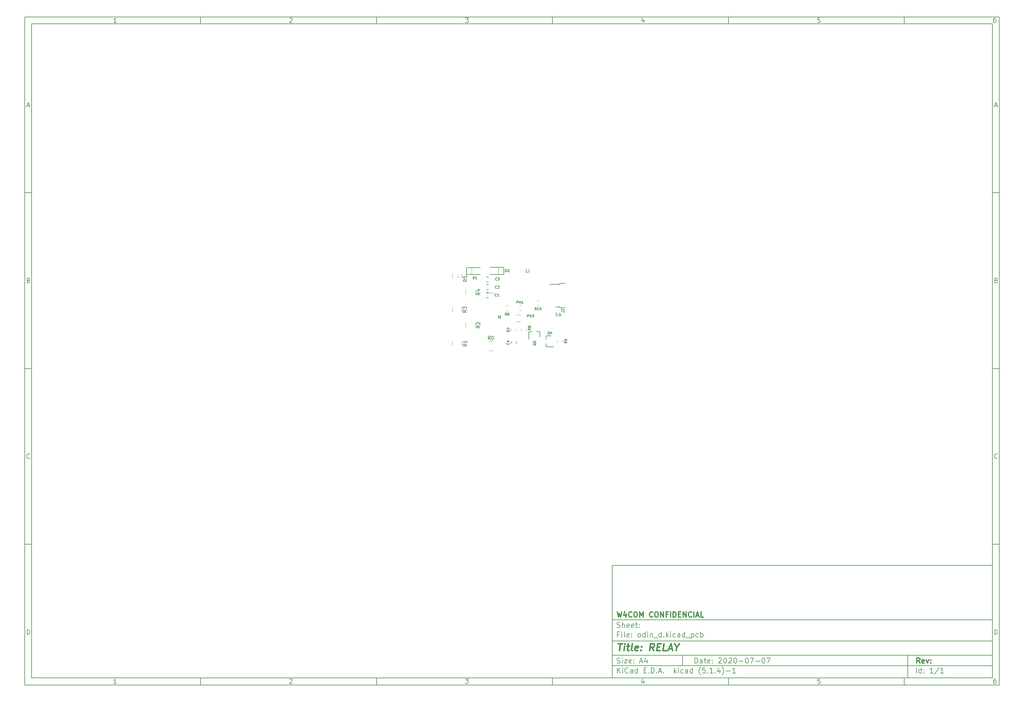
<source format=gbr>
G04 #@! TF.GenerationSoftware,KiCad,Pcbnew,(5.1.4)-1*
G04 #@! TF.CreationDate,2021-05-06T09:23:44-03:00*
G04 #@! TF.ProjectId,odin_d,6f64696e-5f64-42e6-9b69-6361645f7063,rev?*
G04 #@! TF.SameCoordinates,Original*
G04 #@! TF.FileFunction,Legend,Top*
G04 #@! TF.FilePolarity,Positive*
%FSLAX46Y46*%
G04 Gerber Fmt 4.6, Leading zero omitted, Abs format (unit mm)*
G04 Created by KiCad (PCBNEW (5.1.4)-1) date 2021-05-06 09:23:44*
%MOMM*%
%LPD*%
G04 APERTURE LIST*
%ADD10C,0.100000*%
%ADD11C,0.150000*%
%ADD12C,0.300000*%
%ADD13C,0.400000*%
%ADD14C,0.120000*%
G04 APERTURE END LIST*
D10*
D11*
X177002200Y-166007200D02*
X177002200Y-198007200D01*
X285002200Y-198007200D01*
X285002200Y-166007200D01*
X177002200Y-166007200D01*
D10*
D11*
X10000000Y-10000000D02*
X10000000Y-200007200D01*
X287002200Y-200007200D01*
X287002200Y-10000000D01*
X10000000Y-10000000D01*
D10*
D11*
X12000000Y-12000000D02*
X12000000Y-198007200D01*
X285002200Y-198007200D01*
X285002200Y-12000000D01*
X12000000Y-12000000D01*
D10*
D11*
X60000000Y-12000000D02*
X60000000Y-10000000D01*
D10*
D11*
X110000000Y-12000000D02*
X110000000Y-10000000D01*
D10*
D11*
X160000000Y-12000000D02*
X160000000Y-10000000D01*
D10*
D11*
X210000000Y-12000000D02*
X210000000Y-10000000D01*
D10*
D11*
X260000000Y-12000000D02*
X260000000Y-10000000D01*
D10*
D11*
X36065476Y-11588095D02*
X35322619Y-11588095D01*
X35694047Y-11588095D02*
X35694047Y-10288095D01*
X35570238Y-10473809D01*
X35446428Y-10597619D01*
X35322619Y-10659523D01*
D10*
D11*
X85322619Y-10411904D02*
X85384523Y-10350000D01*
X85508333Y-10288095D01*
X85817857Y-10288095D01*
X85941666Y-10350000D01*
X86003571Y-10411904D01*
X86065476Y-10535714D01*
X86065476Y-10659523D01*
X86003571Y-10845238D01*
X85260714Y-11588095D01*
X86065476Y-11588095D01*
D10*
D11*
X135260714Y-10288095D02*
X136065476Y-10288095D01*
X135632142Y-10783333D01*
X135817857Y-10783333D01*
X135941666Y-10845238D01*
X136003571Y-10907142D01*
X136065476Y-11030952D01*
X136065476Y-11340476D01*
X136003571Y-11464285D01*
X135941666Y-11526190D01*
X135817857Y-11588095D01*
X135446428Y-11588095D01*
X135322619Y-11526190D01*
X135260714Y-11464285D01*
D10*
D11*
X185941666Y-10721428D02*
X185941666Y-11588095D01*
X185632142Y-10226190D02*
X185322619Y-11154761D01*
X186127380Y-11154761D01*
D10*
D11*
X236003571Y-10288095D02*
X235384523Y-10288095D01*
X235322619Y-10907142D01*
X235384523Y-10845238D01*
X235508333Y-10783333D01*
X235817857Y-10783333D01*
X235941666Y-10845238D01*
X236003571Y-10907142D01*
X236065476Y-11030952D01*
X236065476Y-11340476D01*
X236003571Y-11464285D01*
X235941666Y-11526190D01*
X235817857Y-11588095D01*
X235508333Y-11588095D01*
X235384523Y-11526190D01*
X235322619Y-11464285D01*
D10*
D11*
X285941666Y-10288095D02*
X285694047Y-10288095D01*
X285570238Y-10350000D01*
X285508333Y-10411904D01*
X285384523Y-10597619D01*
X285322619Y-10845238D01*
X285322619Y-11340476D01*
X285384523Y-11464285D01*
X285446428Y-11526190D01*
X285570238Y-11588095D01*
X285817857Y-11588095D01*
X285941666Y-11526190D01*
X286003571Y-11464285D01*
X286065476Y-11340476D01*
X286065476Y-11030952D01*
X286003571Y-10907142D01*
X285941666Y-10845238D01*
X285817857Y-10783333D01*
X285570238Y-10783333D01*
X285446428Y-10845238D01*
X285384523Y-10907142D01*
X285322619Y-11030952D01*
D10*
D11*
X60000000Y-198007200D02*
X60000000Y-200007200D01*
D10*
D11*
X110000000Y-198007200D02*
X110000000Y-200007200D01*
D10*
D11*
X160000000Y-198007200D02*
X160000000Y-200007200D01*
D10*
D11*
X210000000Y-198007200D02*
X210000000Y-200007200D01*
D10*
D11*
X260000000Y-198007200D02*
X260000000Y-200007200D01*
D10*
D11*
X36065476Y-199595295D02*
X35322619Y-199595295D01*
X35694047Y-199595295D02*
X35694047Y-198295295D01*
X35570238Y-198481009D01*
X35446428Y-198604819D01*
X35322619Y-198666723D01*
D10*
D11*
X85322619Y-198419104D02*
X85384523Y-198357200D01*
X85508333Y-198295295D01*
X85817857Y-198295295D01*
X85941666Y-198357200D01*
X86003571Y-198419104D01*
X86065476Y-198542914D01*
X86065476Y-198666723D01*
X86003571Y-198852438D01*
X85260714Y-199595295D01*
X86065476Y-199595295D01*
D10*
D11*
X135260714Y-198295295D02*
X136065476Y-198295295D01*
X135632142Y-198790533D01*
X135817857Y-198790533D01*
X135941666Y-198852438D01*
X136003571Y-198914342D01*
X136065476Y-199038152D01*
X136065476Y-199347676D01*
X136003571Y-199471485D01*
X135941666Y-199533390D01*
X135817857Y-199595295D01*
X135446428Y-199595295D01*
X135322619Y-199533390D01*
X135260714Y-199471485D01*
D10*
D11*
X185941666Y-198728628D02*
X185941666Y-199595295D01*
X185632142Y-198233390D02*
X185322619Y-199161961D01*
X186127380Y-199161961D01*
D10*
D11*
X236003571Y-198295295D02*
X235384523Y-198295295D01*
X235322619Y-198914342D01*
X235384523Y-198852438D01*
X235508333Y-198790533D01*
X235817857Y-198790533D01*
X235941666Y-198852438D01*
X236003571Y-198914342D01*
X236065476Y-199038152D01*
X236065476Y-199347676D01*
X236003571Y-199471485D01*
X235941666Y-199533390D01*
X235817857Y-199595295D01*
X235508333Y-199595295D01*
X235384523Y-199533390D01*
X235322619Y-199471485D01*
D10*
D11*
X285941666Y-198295295D02*
X285694047Y-198295295D01*
X285570238Y-198357200D01*
X285508333Y-198419104D01*
X285384523Y-198604819D01*
X285322619Y-198852438D01*
X285322619Y-199347676D01*
X285384523Y-199471485D01*
X285446428Y-199533390D01*
X285570238Y-199595295D01*
X285817857Y-199595295D01*
X285941666Y-199533390D01*
X286003571Y-199471485D01*
X286065476Y-199347676D01*
X286065476Y-199038152D01*
X286003571Y-198914342D01*
X285941666Y-198852438D01*
X285817857Y-198790533D01*
X285570238Y-198790533D01*
X285446428Y-198852438D01*
X285384523Y-198914342D01*
X285322619Y-199038152D01*
D10*
D11*
X10000000Y-60000000D02*
X12000000Y-60000000D01*
D10*
D11*
X10000000Y-110000000D02*
X12000000Y-110000000D01*
D10*
D11*
X10000000Y-160000000D02*
X12000000Y-160000000D01*
D10*
D11*
X10690476Y-35216666D02*
X11309523Y-35216666D01*
X10566666Y-35588095D02*
X11000000Y-34288095D01*
X11433333Y-35588095D01*
D10*
D11*
X11092857Y-84907142D02*
X11278571Y-84969047D01*
X11340476Y-85030952D01*
X11402380Y-85154761D01*
X11402380Y-85340476D01*
X11340476Y-85464285D01*
X11278571Y-85526190D01*
X11154761Y-85588095D01*
X10659523Y-85588095D01*
X10659523Y-84288095D01*
X11092857Y-84288095D01*
X11216666Y-84350000D01*
X11278571Y-84411904D01*
X11340476Y-84535714D01*
X11340476Y-84659523D01*
X11278571Y-84783333D01*
X11216666Y-84845238D01*
X11092857Y-84907142D01*
X10659523Y-84907142D01*
D10*
D11*
X11402380Y-135464285D02*
X11340476Y-135526190D01*
X11154761Y-135588095D01*
X11030952Y-135588095D01*
X10845238Y-135526190D01*
X10721428Y-135402380D01*
X10659523Y-135278571D01*
X10597619Y-135030952D01*
X10597619Y-134845238D01*
X10659523Y-134597619D01*
X10721428Y-134473809D01*
X10845238Y-134350000D01*
X11030952Y-134288095D01*
X11154761Y-134288095D01*
X11340476Y-134350000D01*
X11402380Y-134411904D01*
D10*
D11*
X10659523Y-185588095D02*
X10659523Y-184288095D01*
X10969047Y-184288095D01*
X11154761Y-184350000D01*
X11278571Y-184473809D01*
X11340476Y-184597619D01*
X11402380Y-184845238D01*
X11402380Y-185030952D01*
X11340476Y-185278571D01*
X11278571Y-185402380D01*
X11154761Y-185526190D01*
X10969047Y-185588095D01*
X10659523Y-185588095D01*
D10*
D11*
X287002200Y-60000000D02*
X285002200Y-60000000D01*
D10*
D11*
X287002200Y-110000000D02*
X285002200Y-110000000D01*
D10*
D11*
X287002200Y-160000000D02*
X285002200Y-160000000D01*
D10*
D11*
X285692676Y-35216666D02*
X286311723Y-35216666D01*
X285568866Y-35588095D02*
X286002200Y-34288095D01*
X286435533Y-35588095D01*
D10*
D11*
X286095057Y-84907142D02*
X286280771Y-84969047D01*
X286342676Y-85030952D01*
X286404580Y-85154761D01*
X286404580Y-85340476D01*
X286342676Y-85464285D01*
X286280771Y-85526190D01*
X286156961Y-85588095D01*
X285661723Y-85588095D01*
X285661723Y-84288095D01*
X286095057Y-84288095D01*
X286218866Y-84350000D01*
X286280771Y-84411904D01*
X286342676Y-84535714D01*
X286342676Y-84659523D01*
X286280771Y-84783333D01*
X286218866Y-84845238D01*
X286095057Y-84907142D01*
X285661723Y-84907142D01*
D10*
D11*
X286404580Y-135464285D02*
X286342676Y-135526190D01*
X286156961Y-135588095D01*
X286033152Y-135588095D01*
X285847438Y-135526190D01*
X285723628Y-135402380D01*
X285661723Y-135278571D01*
X285599819Y-135030952D01*
X285599819Y-134845238D01*
X285661723Y-134597619D01*
X285723628Y-134473809D01*
X285847438Y-134350000D01*
X286033152Y-134288095D01*
X286156961Y-134288095D01*
X286342676Y-134350000D01*
X286404580Y-134411904D01*
D10*
D11*
X285661723Y-185588095D02*
X285661723Y-184288095D01*
X285971247Y-184288095D01*
X286156961Y-184350000D01*
X286280771Y-184473809D01*
X286342676Y-184597619D01*
X286404580Y-184845238D01*
X286404580Y-185030952D01*
X286342676Y-185278571D01*
X286280771Y-185402380D01*
X286156961Y-185526190D01*
X285971247Y-185588095D01*
X285661723Y-185588095D01*
D10*
D11*
X200434342Y-193785771D02*
X200434342Y-192285771D01*
X200791485Y-192285771D01*
X201005771Y-192357200D01*
X201148628Y-192500057D01*
X201220057Y-192642914D01*
X201291485Y-192928628D01*
X201291485Y-193142914D01*
X201220057Y-193428628D01*
X201148628Y-193571485D01*
X201005771Y-193714342D01*
X200791485Y-193785771D01*
X200434342Y-193785771D01*
X202577200Y-193785771D02*
X202577200Y-193000057D01*
X202505771Y-192857200D01*
X202362914Y-192785771D01*
X202077200Y-192785771D01*
X201934342Y-192857200D01*
X202577200Y-193714342D02*
X202434342Y-193785771D01*
X202077200Y-193785771D01*
X201934342Y-193714342D01*
X201862914Y-193571485D01*
X201862914Y-193428628D01*
X201934342Y-193285771D01*
X202077200Y-193214342D01*
X202434342Y-193214342D01*
X202577200Y-193142914D01*
X203077200Y-192785771D02*
X203648628Y-192785771D01*
X203291485Y-192285771D02*
X203291485Y-193571485D01*
X203362914Y-193714342D01*
X203505771Y-193785771D01*
X203648628Y-193785771D01*
X204720057Y-193714342D02*
X204577200Y-193785771D01*
X204291485Y-193785771D01*
X204148628Y-193714342D01*
X204077200Y-193571485D01*
X204077200Y-193000057D01*
X204148628Y-192857200D01*
X204291485Y-192785771D01*
X204577200Y-192785771D01*
X204720057Y-192857200D01*
X204791485Y-193000057D01*
X204791485Y-193142914D01*
X204077200Y-193285771D01*
X205434342Y-193642914D02*
X205505771Y-193714342D01*
X205434342Y-193785771D01*
X205362914Y-193714342D01*
X205434342Y-193642914D01*
X205434342Y-193785771D01*
X205434342Y-192857200D02*
X205505771Y-192928628D01*
X205434342Y-193000057D01*
X205362914Y-192928628D01*
X205434342Y-192857200D01*
X205434342Y-193000057D01*
X207220057Y-192428628D02*
X207291485Y-192357200D01*
X207434342Y-192285771D01*
X207791485Y-192285771D01*
X207934342Y-192357200D01*
X208005771Y-192428628D01*
X208077200Y-192571485D01*
X208077200Y-192714342D01*
X208005771Y-192928628D01*
X207148628Y-193785771D01*
X208077200Y-193785771D01*
X209005771Y-192285771D02*
X209148628Y-192285771D01*
X209291485Y-192357200D01*
X209362914Y-192428628D01*
X209434342Y-192571485D01*
X209505771Y-192857200D01*
X209505771Y-193214342D01*
X209434342Y-193500057D01*
X209362914Y-193642914D01*
X209291485Y-193714342D01*
X209148628Y-193785771D01*
X209005771Y-193785771D01*
X208862914Y-193714342D01*
X208791485Y-193642914D01*
X208720057Y-193500057D01*
X208648628Y-193214342D01*
X208648628Y-192857200D01*
X208720057Y-192571485D01*
X208791485Y-192428628D01*
X208862914Y-192357200D01*
X209005771Y-192285771D01*
X210077200Y-192428628D02*
X210148628Y-192357200D01*
X210291485Y-192285771D01*
X210648628Y-192285771D01*
X210791485Y-192357200D01*
X210862914Y-192428628D01*
X210934342Y-192571485D01*
X210934342Y-192714342D01*
X210862914Y-192928628D01*
X210005771Y-193785771D01*
X210934342Y-193785771D01*
X211862914Y-192285771D02*
X212005771Y-192285771D01*
X212148628Y-192357200D01*
X212220057Y-192428628D01*
X212291485Y-192571485D01*
X212362914Y-192857200D01*
X212362914Y-193214342D01*
X212291485Y-193500057D01*
X212220057Y-193642914D01*
X212148628Y-193714342D01*
X212005771Y-193785771D01*
X211862914Y-193785771D01*
X211720057Y-193714342D01*
X211648628Y-193642914D01*
X211577200Y-193500057D01*
X211505771Y-193214342D01*
X211505771Y-192857200D01*
X211577200Y-192571485D01*
X211648628Y-192428628D01*
X211720057Y-192357200D01*
X211862914Y-192285771D01*
X213005771Y-193214342D02*
X214148628Y-193214342D01*
X215148628Y-192285771D02*
X215291485Y-192285771D01*
X215434342Y-192357200D01*
X215505771Y-192428628D01*
X215577200Y-192571485D01*
X215648628Y-192857200D01*
X215648628Y-193214342D01*
X215577200Y-193500057D01*
X215505771Y-193642914D01*
X215434342Y-193714342D01*
X215291485Y-193785771D01*
X215148628Y-193785771D01*
X215005771Y-193714342D01*
X214934342Y-193642914D01*
X214862914Y-193500057D01*
X214791485Y-193214342D01*
X214791485Y-192857200D01*
X214862914Y-192571485D01*
X214934342Y-192428628D01*
X215005771Y-192357200D01*
X215148628Y-192285771D01*
X216148628Y-192285771D02*
X217148628Y-192285771D01*
X216505771Y-193785771D01*
X217720057Y-193214342D02*
X218862914Y-193214342D01*
X219862914Y-192285771D02*
X220005771Y-192285771D01*
X220148628Y-192357200D01*
X220220057Y-192428628D01*
X220291485Y-192571485D01*
X220362914Y-192857200D01*
X220362914Y-193214342D01*
X220291485Y-193500057D01*
X220220057Y-193642914D01*
X220148628Y-193714342D01*
X220005771Y-193785771D01*
X219862914Y-193785771D01*
X219720057Y-193714342D01*
X219648628Y-193642914D01*
X219577200Y-193500057D01*
X219505771Y-193214342D01*
X219505771Y-192857200D01*
X219577200Y-192571485D01*
X219648628Y-192428628D01*
X219720057Y-192357200D01*
X219862914Y-192285771D01*
X220862914Y-192285771D02*
X221862914Y-192285771D01*
X221220057Y-193785771D01*
D10*
D11*
X177002200Y-194507200D02*
X285002200Y-194507200D01*
D10*
D11*
X178434342Y-196585771D02*
X178434342Y-195085771D01*
X179291485Y-196585771D02*
X178648628Y-195728628D01*
X179291485Y-195085771D02*
X178434342Y-195942914D01*
X179934342Y-196585771D02*
X179934342Y-195585771D01*
X179934342Y-195085771D02*
X179862914Y-195157200D01*
X179934342Y-195228628D01*
X180005771Y-195157200D01*
X179934342Y-195085771D01*
X179934342Y-195228628D01*
X181505771Y-196442914D02*
X181434342Y-196514342D01*
X181220057Y-196585771D01*
X181077200Y-196585771D01*
X180862914Y-196514342D01*
X180720057Y-196371485D01*
X180648628Y-196228628D01*
X180577200Y-195942914D01*
X180577200Y-195728628D01*
X180648628Y-195442914D01*
X180720057Y-195300057D01*
X180862914Y-195157200D01*
X181077200Y-195085771D01*
X181220057Y-195085771D01*
X181434342Y-195157200D01*
X181505771Y-195228628D01*
X182791485Y-196585771D02*
X182791485Y-195800057D01*
X182720057Y-195657200D01*
X182577200Y-195585771D01*
X182291485Y-195585771D01*
X182148628Y-195657200D01*
X182791485Y-196514342D02*
X182648628Y-196585771D01*
X182291485Y-196585771D01*
X182148628Y-196514342D01*
X182077200Y-196371485D01*
X182077200Y-196228628D01*
X182148628Y-196085771D01*
X182291485Y-196014342D01*
X182648628Y-196014342D01*
X182791485Y-195942914D01*
X184148628Y-196585771D02*
X184148628Y-195085771D01*
X184148628Y-196514342D02*
X184005771Y-196585771D01*
X183720057Y-196585771D01*
X183577200Y-196514342D01*
X183505771Y-196442914D01*
X183434342Y-196300057D01*
X183434342Y-195871485D01*
X183505771Y-195728628D01*
X183577200Y-195657200D01*
X183720057Y-195585771D01*
X184005771Y-195585771D01*
X184148628Y-195657200D01*
X186005771Y-195800057D02*
X186505771Y-195800057D01*
X186720057Y-196585771D02*
X186005771Y-196585771D01*
X186005771Y-195085771D01*
X186720057Y-195085771D01*
X187362914Y-196442914D02*
X187434342Y-196514342D01*
X187362914Y-196585771D01*
X187291485Y-196514342D01*
X187362914Y-196442914D01*
X187362914Y-196585771D01*
X188077200Y-196585771D02*
X188077200Y-195085771D01*
X188434342Y-195085771D01*
X188648628Y-195157200D01*
X188791485Y-195300057D01*
X188862914Y-195442914D01*
X188934342Y-195728628D01*
X188934342Y-195942914D01*
X188862914Y-196228628D01*
X188791485Y-196371485D01*
X188648628Y-196514342D01*
X188434342Y-196585771D01*
X188077200Y-196585771D01*
X189577200Y-196442914D02*
X189648628Y-196514342D01*
X189577200Y-196585771D01*
X189505771Y-196514342D01*
X189577200Y-196442914D01*
X189577200Y-196585771D01*
X190220057Y-196157200D02*
X190934342Y-196157200D01*
X190077200Y-196585771D02*
X190577200Y-195085771D01*
X191077200Y-196585771D01*
X191577200Y-196442914D02*
X191648628Y-196514342D01*
X191577200Y-196585771D01*
X191505771Y-196514342D01*
X191577200Y-196442914D01*
X191577200Y-196585771D01*
X194577200Y-196585771D02*
X194577200Y-195085771D01*
X194720057Y-196014342D02*
X195148628Y-196585771D01*
X195148628Y-195585771D02*
X194577200Y-196157200D01*
X195791485Y-196585771D02*
X195791485Y-195585771D01*
X195791485Y-195085771D02*
X195720057Y-195157200D01*
X195791485Y-195228628D01*
X195862914Y-195157200D01*
X195791485Y-195085771D01*
X195791485Y-195228628D01*
X197148628Y-196514342D02*
X197005771Y-196585771D01*
X196720057Y-196585771D01*
X196577200Y-196514342D01*
X196505771Y-196442914D01*
X196434342Y-196300057D01*
X196434342Y-195871485D01*
X196505771Y-195728628D01*
X196577200Y-195657200D01*
X196720057Y-195585771D01*
X197005771Y-195585771D01*
X197148628Y-195657200D01*
X198434342Y-196585771D02*
X198434342Y-195800057D01*
X198362914Y-195657200D01*
X198220057Y-195585771D01*
X197934342Y-195585771D01*
X197791485Y-195657200D01*
X198434342Y-196514342D02*
X198291485Y-196585771D01*
X197934342Y-196585771D01*
X197791485Y-196514342D01*
X197720057Y-196371485D01*
X197720057Y-196228628D01*
X197791485Y-196085771D01*
X197934342Y-196014342D01*
X198291485Y-196014342D01*
X198434342Y-195942914D01*
X199791485Y-196585771D02*
X199791485Y-195085771D01*
X199791485Y-196514342D02*
X199648628Y-196585771D01*
X199362914Y-196585771D01*
X199220057Y-196514342D01*
X199148628Y-196442914D01*
X199077200Y-196300057D01*
X199077200Y-195871485D01*
X199148628Y-195728628D01*
X199220057Y-195657200D01*
X199362914Y-195585771D01*
X199648628Y-195585771D01*
X199791485Y-195657200D01*
X202077200Y-197157200D02*
X202005771Y-197085771D01*
X201862914Y-196871485D01*
X201791485Y-196728628D01*
X201720057Y-196514342D01*
X201648628Y-196157200D01*
X201648628Y-195871485D01*
X201720057Y-195514342D01*
X201791485Y-195300057D01*
X201862914Y-195157200D01*
X202005771Y-194942914D01*
X202077200Y-194871485D01*
X203362914Y-195085771D02*
X202648628Y-195085771D01*
X202577200Y-195800057D01*
X202648628Y-195728628D01*
X202791485Y-195657200D01*
X203148628Y-195657200D01*
X203291485Y-195728628D01*
X203362914Y-195800057D01*
X203434342Y-195942914D01*
X203434342Y-196300057D01*
X203362914Y-196442914D01*
X203291485Y-196514342D01*
X203148628Y-196585771D01*
X202791485Y-196585771D01*
X202648628Y-196514342D01*
X202577200Y-196442914D01*
X204077200Y-196442914D02*
X204148628Y-196514342D01*
X204077200Y-196585771D01*
X204005771Y-196514342D01*
X204077200Y-196442914D01*
X204077200Y-196585771D01*
X205577200Y-196585771D02*
X204720057Y-196585771D01*
X205148628Y-196585771D02*
X205148628Y-195085771D01*
X205005771Y-195300057D01*
X204862914Y-195442914D01*
X204720057Y-195514342D01*
X206220057Y-196442914D02*
X206291485Y-196514342D01*
X206220057Y-196585771D01*
X206148628Y-196514342D01*
X206220057Y-196442914D01*
X206220057Y-196585771D01*
X207577200Y-195585771D02*
X207577200Y-196585771D01*
X207220057Y-195014342D02*
X206862914Y-196085771D01*
X207791485Y-196085771D01*
X208220057Y-197157200D02*
X208291485Y-197085771D01*
X208434342Y-196871485D01*
X208505771Y-196728628D01*
X208577200Y-196514342D01*
X208648628Y-196157200D01*
X208648628Y-195871485D01*
X208577200Y-195514342D01*
X208505771Y-195300057D01*
X208434342Y-195157200D01*
X208291485Y-194942914D01*
X208220057Y-194871485D01*
X209362914Y-196014342D02*
X210505771Y-196014342D01*
X212005771Y-196585771D02*
X211148628Y-196585771D01*
X211577200Y-196585771D02*
X211577200Y-195085771D01*
X211434342Y-195300057D01*
X211291485Y-195442914D01*
X211148628Y-195514342D01*
D10*
D11*
X177002200Y-191507200D02*
X285002200Y-191507200D01*
D10*
D12*
X264411485Y-193785771D02*
X263911485Y-193071485D01*
X263554342Y-193785771D02*
X263554342Y-192285771D01*
X264125771Y-192285771D01*
X264268628Y-192357200D01*
X264340057Y-192428628D01*
X264411485Y-192571485D01*
X264411485Y-192785771D01*
X264340057Y-192928628D01*
X264268628Y-193000057D01*
X264125771Y-193071485D01*
X263554342Y-193071485D01*
X265625771Y-193714342D02*
X265482914Y-193785771D01*
X265197200Y-193785771D01*
X265054342Y-193714342D01*
X264982914Y-193571485D01*
X264982914Y-193000057D01*
X265054342Y-192857200D01*
X265197200Y-192785771D01*
X265482914Y-192785771D01*
X265625771Y-192857200D01*
X265697200Y-193000057D01*
X265697200Y-193142914D01*
X264982914Y-193285771D01*
X266197200Y-192785771D02*
X266554342Y-193785771D01*
X266911485Y-192785771D01*
X267482914Y-193642914D02*
X267554342Y-193714342D01*
X267482914Y-193785771D01*
X267411485Y-193714342D01*
X267482914Y-193642914D01*
X267482914Y-193785771D01*
X267482914Y-192857200D02*
X267554342Y-192928628D01*
X267482914Y-193000057D01*
X267411485Y-192928628D01*
X267482914Y-192857200D01*
X267482914Y-193000057D01*
D10*
D11*
X178362914Y-193714342D02*
X178577200Y-193785771D01*
X178934342Y-193785771D01*
X179077200Y-193714342D01*
X179148628Y-193642914D01*
X179220057Y-193500057D01*
X179220057Y-193357200D01*
X179148628Y-193214342D01*
X179077200Y-193142914D01*
X178934342Y-193071485D01*
X178648628Y-193000057D01*
X178505771Y-192928628D01*
X178434342Y-192857200D01*
X178362914Y-192714342D01*
X178362914Y-192571485D01*
X178434342Y-192428628D01*
X178505771Y-192357200D01*
X178648628Y-192285771D01*
X179005771Y-192285771D01*
X179220057Y-192357200D01*
X179862914Y-193785771D02*
X179862914Y-192785771D01*
X179862914Y-192285771D02*
X179791485Y-192357200D01*
X179862914Y-192428628D01*
X179934342Y-192357200D01*
X179862914Y-192285771D01*
X179862914Y-192428628D01*
X180434342Y-192785771D02*
X181220057Y-192785771D01*
X180434342Y-193785771D01*
X181220057Y-193785771D01*
X182362914Y-193714342D02*
X182220057Y-193785771D01*
X181934342Y-193785771D01*
X181791485Y-193714342D01*
X181720057Y-193571485D01*
X181720057Y-193000057D01*
X181791485Y-192857200D01*
X181934342Y-192785771D01*
X182220057Y-192785771D01*
X182362914Y-192857200D01*
X182434342Y-193000057D01*
X182434342Y-193142914D01*
X181720057Y-193285771D01*
X183077200Y-193642914D02*
X183148628Y-193714342D01*
X183077200Y-193785771D01*
X183005771Y-193714342D01*
X183077200Y-193642914D01*
X183077200Y-193785771D01*
X183077200Y-192857200D02*
X183148628Y-192928628D01*
X183077200Y-193000057D01*
X183005771Y-192928628D01*
X183077200Y-192857200D01*
X183077200Y-193000057D01*
X184862914Y-193357200D02*
X185577200Y-193357200D01*
X184720057Y-193785771D02*
X185220057Y-192285771D01*
X185720057Y-193785771D01*
X186862914Y-192785771D02*
X186862914Y-193785771D01*
X186505771Y-192214342D02*
X186148628Y-193285771D01*
X187077200Y-193285771D01*
D10*
D11*
X263434342Y-196585771D02*
X263434342Y-195085771D01*
X264791485Y-196585771D02*
X264791485Y-195085771D01*
X264791485Y-196514342D02*
X264648628Y-196585771D01*
X264362914Y-196585771D01*
X264220057Y-196514342D01*
X264148628Y-196442914D01*
X264077200Y-196300057D01*
X264077200Y-195871485D01*
X264148628Y-195728628D01*
X264220057Y-195657200D01*
X264362914Y-195585771D01*
X264648628Y-195585771D01*
X264791485Y-195657200D01*
X265505771Y-196442914D02*
X265577200Y-196514342D01*
X265505771Y-196585771D01*
X265434342Y-196514342D01*
X265505771Y-196442914D01*
X265505771Y-196585771D01*
X265505771Y-195657200D02*
X265577200Y-195728628D01*
X265505771Y-195800057D01*
X265434342Y-195728628D01*
X265505771Y-195657200D01*
X265505771Y-195800057D01*
X268148628Y-196585771D02*
X267291485Y-196585771D01*
X267720057Y-196585771D02*
X267720057Y-195085771D01*
X267577200Y-195300057D01*
X267434342Y-195442914D01*
X267291485Y-195514342D01*
X269862914Y-195014342D02*
X268577200Y-196942914D01*
X271148628Y-196585771D02*
X270291485Y-196585771D01*
X270720057Y-196585771D02*
X270720057Y-195085771D01*
X270577200Y-195300057D01*
X270434342Y-195442914D01*
X270291485Y-195514342D01*
D10*
D11*
X177002200Y-187507200D02*
X285002200Y-187507200D01*
D10*
D13*
X178714580Y-188211961D02*
X179857438Y-188211961D01*
X179036009Y-190211961D02*
X179286009Y-188211961D01*
X180274104Y-190211961D02*
X180440771Y-188878628D01*
X180524104Y-188211961D02*
X180416961Y-188307200D01*
X180500295Y-188402438D01*
X180607438Y-188307200D01*
X180524104Y-188211961D01*
X180500295Y-188402438D01*
X181107438Y-188878628D02*
X181869342Y-188878628D01*
X181476485Y-188211961D02*
X181262200Y-189926247D01*
X181333628Y-190116723D01*
X181512200Y-190211961D01*
X181702676Y-190211961D01*
X182655057Y-190211961D02*
X182476485Y-190116723D01*
X182405057Y-189926247D01*
X182619342Y-188211961D01*
X184190771Y-190116723D02*
X183988390Y-190211961D01*
X183607438Y-190211961D01*
X183428866Y-190116723D01*
X183357438Y-189926247D01*
X183452676Y-189164342D01*
X183571723Y-188973866D01*
X183774104Y-188878628D01*
X184155057Y-188878628D01*
X184333628Y-188973866D01*
X184405057Y-189164342D01*
X184381247Y-189354819D01*
X183405057Y-189545295D01*
X185155057Y-190021485D02*
X185238390Y-190116723D01*
X185131247Y-190211961D01*
X185047914Y-190116723D01*
X185155057Y-190021485D01*
X185131247Y-190211961D01*
X185286009Y-188973866D02*
X185369342Y-189069104D01*
X185262200Y-189164342D01*
X185178866Y-189069104D01*
X185286009Y-188973866D01*
X185262200Y-189164342D01*
X188750295Y-190211961D02*
X188202676Y-189259580D01*
X187607438Y-190211961D02*
X187857438Y-188211961D01*
X188619342Y-188211961D01*
X188797914Y-188307200D01*
X188881247Y-188402438D01*
X188952676Y-188592914D01*
X188916961Y-188878628D01*
X188797914Y-189069104D01*
X188690771Y-189164342D01*
X188488390Y-189259580D01*
X187726485Y-189259580D01*
X189738390Y-189164342D02*
X190405057Y-189164342D01*
X190559819Y-190211961D02*
X189607438Y-190211961D01*
X189857438Y-188211961D01*
X190809819Y-188211961D01*
X192369342Y-190211961D02*
X191416961Y-190211961D01*
X191666961Y-188211961D01*
X193012200Y-189640533D02*
X193964580Y-189640533D01*
X192750295Y-190211961D02*
X193666961Y-188211961D01*
X194083628Y-190211961D01*
X195250295Y-189259580D02*
X195131247Y-190211961D01*
X194714580Y-188211961D02*
X195250295Y-189259580D01*
X196047914Y-188211961D01*
D10*
D11*
X178934342Y-185600057D02*
X178434342Y-185600057D01*
X178434342Y-186385771D02*
X178434342Y-184885771D01*
X179148628Y-184885771D01*
X179720057Y-186385771D02*
X179720057Y-185385771D01*
X179720057Y-184885771D02*
X179648628Y-184957200D01*
X179720057Y-185028628D01*
X179791485Y-184957200D01*
X179720057Y-184885771D01*
X179720057Y-185028628D01*
X180648628Y-186385771D02*
X180505771Y-186314342D01*
X180434342Y-186171485D01*
X180434342Y-184885771D01*
X181791485Y-186314342D02*
X181648628Y-186385771D01*
X181362914Y-186385771D01*
X181220057Y-186314342D01*
X181148628Y-186171485D01*
X181148628Y-185600057D01*
X181220057Y-185457200D01*
X181362914Y-185385771D01*
X181648628Y-185385771D01*
X181791485Y-185457200D01*
X181862914Y-185600057D01*
X181862914Y-185742914D01*
X181148628Y-185885771D01*
X182505771Y-186242914D02*
X182577200Y-186314342D01*
X182505771Y-186385771D01*
X182434342Y-186314342D01*
X182505771Y-186242914D01*
X182505771Y-186385771D01*
X182505771Y-185457200D02*
X182577200Y-185528628D01*
X182505771Y-185600057D01*
X182434342Y-185528628D01*
X182505771Y-185457200D01*
X182505771Y-185600057D01*
X184577200Y-186385771D02*
X184434342Y-186314342D01*
X184362914Y-186242914D01*
X184291485Y-186100057D01*
X184291485Y-185671485D01*
X184362914Y-185528628D01*
X184434342Y-185457200D01*
X184577200Y-185385771D01*
X184791485Y-185385771D01*
X184934342Y-185457200D01*
X185005771Y-185528628D01*
X185077200Y-185671485D01*
X185077200Y-186100057D01*
X185005771Y-186242914D01*
X184934342Y-186314342D01*
X184791485Y-186385771D01*
X184577200Y-186385771D01*
X186362914Y-186385771D02*
X186362914Y-184885771D01*
X186362914Y-186314342D02*
X186220057Y-186385771D01*
X185934342Y-186385771D01*
X185791485Y-186314342D01*
X185720057Y-186242914D01*
X185648628Y-186100057D01*
X185648628Y-185671485D01*
X185720057Y-185528628D01*
X185791485Y-185457200D01*
X185934342Y-185385771D01*
X186220057Y-185385771D01*
X186362914Y-185457200D01*
X187077200Y-186385771D02*
X187077200Y-185385771D01*
X187077200Y-184885771D02*
X187005771Y-184957200D01*
X187077200Y-185028628D01*
X187148628Y-184957200D01*
X187077200Y-184885771D01*
X187077200Y-185028628D01*
X187791485Y-185385771D02*
X187791485Y-186385771D01*
X187791485Y-185528628D02*
X187862914Y-185457200D01*
X188005771Y-185385771D01*
X188220057Y-185385771D01*
X188362914Y-185457200D01*
X188434342Y-185600057D01*
X188434342Y-186385771D01*
X188791485Y-186528628D02*
X189934342Y-186528628D01*
X190934342Y-186385771D02*
X190934342Y-184885771D01*
X190934342Y-186314342D02*
X190791485Y-186385771D01*
X190505771Y-186385771D01*
X190362914Y-186314342D01*
X190291485Y-186242914D01*
X190220057Y-186100057D01*
X190220057Y-185671485D01*
X190291485Y-185528628D01*
X190362914Y-185457200D01*
X190505771Y-185385771D01*
X190791485Y-185385771D01*
X190934342Y-185457200D01*
X191648628Y-186242914D02*
X191720057Y-186314342D01*
X191648628Y-186385771D01*
X191577200Y-186314342D01*
X191648628Y-186242914D01*
X191648628Y-186385771D01*
X192362914Y-186385771D02*
X192362914Y-184885771D01*
X192505771Y-185814342D02*
X192934342Y-186385771D01*
X192934342Y-185385771D02*
X192362914Y-185957200D01*
X193577200Y-186385771D02*
X193577200Y-185385771D01*
X193577200Y-184885771D02*
X193505771Y-184957200D01*
X193577200Y-185028628D01*
X193648628Y-184957200D01*
X193577200Y-184885771D01*
X193577200Y-185028628D01*
X194934342Y-186314342D02*
X194791485Y-186385771D01*
X194505771Y-186385771D01*
X194362914Y-186314342D01*
X194291485Y-186242914D01*
X194220057Y-186100057D01*
X194220057Y-185671485D01*
X194291485Y-185528628D01*
X194362914Y-185457200D01*
X194505771Y-185385771D01*
X194791485Y-185385771D01*
X194934342Y-185457200D01*
X196220057Y-186385771D02*
X196220057Y-185600057D01*
X196148628Y-185457200D01*
X196005771Y-185385771D01*
X195720057Y-185385771D01*
X195577200Y-185457200D01*
X196220057Y-186314342D02*
X196077200Y-186385771D01*
X195720057Y-186385771D01*
X195577200Y-186314342D01*
X195505771Y-186171485D01*
X195505771Y-186028628D01*
X195577200Y-185885771D01*
X195720057Y-185814342D01*
X196077200Y-185814342D01*
X196220057Y-185742914D01*
X197577200Y-186385771D02*
X197577200Y-184885771D01*
X197577200Y-186314342D02*
X197434342Y-186385771D01*
X197148628Y-186385771D01*
X197005771Y-186314342D01*
X196934342Y-186242914D01*
X196862914Y-186100057D01*
X196862914Y-185671485D01*
X196934342Y-185528628D01*
X197005771Y-185457200D01*
X197148628Y-185385771D01*
X197434342Y-185385771D01*
X197577200Y-185457200D01*
X197934342Y-186528628D02*
X199077200Y-186528628D01*
X199434342Y-185385771D02*
X199434342Y-186885771D01*
X199434342Y-185457200D02*
X199577200Y-185385771D01*
X199862914Y-185385771D01*
X200005771Y-185457200D01*
X200077200Y-185528628D01*
X200148628Y-185671485D01*
X200148628Y-186100057D01*
X200077200Y-186242914D01*
X200005771Y-186314342D01*
X199862914Y-186385771D01*
X199577200Y-186385771D01*
X199434342Y-186314342D01*
X201434342Y-186314342D02*
X201291485Y-186385771D01*
X201005771Y-186385771D01*
X200862914Y-186314342D01*
X200791485Y-186242914D01*
X200720057Y-186100057D01*
X200720057Y-185671485D01*
X200791485Y-185528628D01*
X200862914Y-185457200D01*
X201005771Y-185385771D01*
X201291485Y-185385771D01*
X201434342Y-185457200D01*
X202077200Y-186385771D02*
X202077200Y-184885771D01*
X202077200Y-185457200D02*
X202220057Y-185385771D01*
X202505771Y-185385771D01*
X202648628Y-185457200D01*
X202720057Y-185528628D01*
X202791485Y-185671485D01*
X202791485Y-186100057D01*
X202720057Y-186242914D01*
X202648628Y-186314342D01*
X202505771Y-186385771D01*
X202220057Y-186385771D01*
X202077200Y-186314342D01*
D10*
D11*
X177002200Y-181507200D02*
X285002200Y-181507200D01*
D10*
D11*
X178362914Y-183614342D02*
X178577200Y-183685771D01*
X178934342Y-183685771D01*
X179077200Y-183614342D01*
X179148628Y-183542914D01*
X179220057Y-183400057D01*
X179220057Y-183257200D01*
X179148628Y-183114342D01*
X179077200Y-183042914D01*
X178934342Y-182971485D01*
X178648628Y-182900057D01*
X178505771Y-182828628D01*
X178434342Y-182757200D01*
X178362914Y-182614342D01*
X178362914Y-182471485D01*
X178434342Y-182328628D01*
X178505771Y-182257200D01*
X178648628Y-182185771D01*
X179005771Y-182185771D01*
X179220057Y-182257200D01*
X179862914Y-183685771D02*
X179862914Y-182185771D01*
X180505771Y-183685771D02*
X180505771Y-182900057D01*
X180434342Y-182757200D01*
X180291485Y-182685771D01*
X180077200Y-182685771D01*
X179934342Y-182757200D01*
X179862914Y-182828628D01*
X181791485Y-183614342D02*
X181648628Y-183685771D01*
X181362914Y-183685771D01*
X181220057Y-183614342D01*
X181148628Y-183471485D01*
X181148628Y-182900057D01*
X181220057Y-182757200D01*
X181362914Y-182685771D01*
X181648628Y-182685771D01*
X181791485Y-182757200D01*
X181862914Y-182900057D01*
X181862914Y-183042914D01*
X181148628Y-183185771D01*
X183077200Y-183614342D02*
X182934342Y-183685771D01*
X182648628Y-183685771D01*
X182505771Y-183614342D01*
X182434342Y-183471485D01*
X182434342Y-182900057D01*
X182505771Y-182757200D01*
X182648628Y-182685771D01*
X182934342Y-182685771D01*
X183077200Y-182757200D01*
X183148628Y-182900057D01*
X183148628Y-183042914D01*
X182434342Y-183185771D01*
X183577200Y-182685771D02*
X184148628Y-182685771D01*
X183791485Y-182185771D02*
X183791485Y-183471485D01*
X183862914Y-183614342D01*
X184005771Y-183685771D01*
X184148628Y-183685771D01*
X184648628Y-183542914D02*
X184720057Y-183614342D01*
X184648628Y-183685771D01*
X184577200Y-183614342D01*
X184648628Y-183542914D01*
X184648628Y-183685771D01*
X184648628Y-182757200D02*
X184720057Y-182828628D01*
X184648628Y-182900057D01*
X184577200Y-182828628D01*
X184648628Y-182757200D01*
X184648628Y-182900057D01*
D10*
D12*
X178411485Y-179185771D02*
X178768628Y-180685771D01*
X179054342Y-179614342D01*
X179340057Y-180685771D01*
X179697200Y-179185771D01*
X180911485Y-179685771D02*
X180911485Y-180685771D01*
X180554342Y-179114342D02*
X180197200Y-180185771D01*
X181125771Y-180185771D01*
X182554342Y-180542914D02*
X182482914Y-180614342D01*
X182268628Y-180685771D01*
X182125771Y-180685771D01*
X181911485Y-180614342D01*
X181768628Y-180471485D01*
X181697200Y-180328628D01*
X181625771Y-180042914D01*
X181625771Y-179828628D01*
X181697200Y-179542914D01*
X181768628Y-179400057D01*
X181911485Y-179257200D01*
X182125771Y-179185771D01*
X182268628Y-179185771D01*
X182482914Y-179257200D01*
X182554342Y-179328628D01*
X183482914Y-179185771D02*
X183768628Y-179185771D01*
X183911485Y-179257200D01*
X184054342Y-179400057D01*
X184125771Y-179685771D01*
X184125771Y-180185771D01*
X184054342Y-180471485D01*
X183911485Y-180614342D01*
X183768628Y-180685771D01*
X183482914Y-180685771D01*
X183340057Y-180614342D01*
X183197200Y-180471485D01*
X183125771Y-180185771D01*
X183125771Y-179685771D01*
X183197200Y-179400057D01*
X183340057Y-179257200D01*
X183482914Y-179185771D01*
X184768628Y-180685771D02*
X184768628Y-179185771D01*
X185268628Y-180257200D01*
X185768628Y-179185771D01*
X185768628Y-180685771D01*
X188482914Y-180542914D02*
X188411485Y-180614342D01*
X188197200Y-180685771D01*
X188054342Y-180685771D01*
X187840057Y-180614342D01*
X187697200Y-180471485D01*
X187625771Y-180328628D01*
X187554342Y-180042914D01*
X187554342Y-179828628D01*
X187625771Y-179542914D01*
X187697200Y-179400057D01*
X187840057Y-179257200D01*
X188054342Y-179185771D01*
X188197200Y-179185771D01*
X188411485Y-179257200D01*
X188482914Y-179328628D01*
X189411485Y-179185771D02*
X189697200Y-179185771D01*
X189840057Y-179257200D01*
X189982914Y-179400057D01*
X190054342Y-179685771D01*
X190054342Y-180185771D01*
X189982914Y-180471485D01*
X189840057Y-180614342D01*
X189697200Y-180685771D01*
X189411485Y-180685771D01*
X189268628Y-180614342D01*
X189125771Y-180471485D01*
X189054342Y-180185771D01*
X189054342Y-179685771D01*
X189125771Y-179400057D01*
X189268628Y-179257200D01*
X189411485Y-179185771D01*
X190697200Y-180685771D02*
X190697200Y-179185771D01*
X191554342Y-180685771D01*
X191554342Y-179185771D01*
X192768628Y-179900057D02*
X192268628Y-179900057D01*
X192268628Y-180685771D02*
X192268628Y-179185771D01*
X192982914Y-179185771D01*
X193554342Y-180685771D02*
X193554342Y-179185771D01*
X194268628Y-180685771D02*
X194268628Y-179185771D01*
X194625771Y-179185771D01*
X194840057Y-179257200D01*
X194982914Y-179400057D01*
X195054342Y-179542914D01*
X195125771Y-179828628D01*
X195125771Y-180042914D01*
X195054342Y-180328628D01*
X194982914Y-180471485D01*
X194840057Y-180614342D01*
X194625771Y-180685771D01*
X194268628Y-180685771D01*
X195768628Y-179900057D02*
X196268628Y-179900057D01*
X196482914Y-180685771D02*
X195768628Y-180685771D01*
X195768628Y-179185771D01*
X196482914Y-179185771D01*
X197125771Y-180685771D02*
X197125771Y-179185771D01*
X197982914Y-180685771D01*
X197982914Y-179185771D01*
X199554342Y-180542914D02*
X199482914Y-180614342D01*
X199268628Y-180685771D01*
X199125771Y-180685771D01*
X198911485Y-180614342D01*
X198768628Y-180471485D01*
X198697200Y-180328628D01*
X198625771Y-180042914D01*
X198625771Y-179828628D01*
X198697200Y-179542914D01*
X198768628Y-179400057D01*
X198911485Y-179257200D01*
X199125771Y-179185771D01*
X199268628Y-179185771D01*
X199482914Y-179257200D01*
X199554342Y-179328628D01*
X200197200Y-180685771D02*
X200197200Y-179185771D01*
X200840057Y-180257200D02*
X201554342Y-180257200D01*
X200697200Y-180685771D02*
X201197200Y-179185771D01*
X201697200Y-180685771D01*
X202911485Y-180685771D02*
X202197200Y-180685771D01*
X202197200Y-179185771D01*
D10*
D11*
X197002200Y-191507200D02*
X197002200Y-194507200D01*
D10*
D11*
X261002200Y-191507200D02*
X261002200Y-198007200D01*
D14*
X132890000Y-83920000D02*
X133460000Y-83920000D01*
X132900000Y-83420000D02*
X133240000Y-83420000D01*
X137060000Y-81280000D02*
X137060000Y-83280000D01*
X144680000Y-81240000D02*
X144680000Y-83240000D01*
X143180000Y-88490000D02*
X141180000Y-88490000D01*
D11*
X163610000Y-85820000D02*
X162110000Y-85820000D01*
X162110000Y-85820000D02*
X162110000Y-86090000D01*
X162110000Y-86090000D02*
X159280000Y-86090000D01*
X163610000Y-92720000D02*
X162110000Y-92720000D01*
X162110000Y-92720000D02*
X162110000Y-92450000D01*
X162110000Y-92450000D02*
X161010000Y-92450000D01*
X141798578Y-89860000D02*
X141281422Y-89860000D01*
X141798578Y-88440000D02*
X141281422Y-88440000D01*
X141798578Y-86160000D02*
X141281422Y-86160000D01*
X141798578Y-87580000D02*
X141281422Y-87580000D01*
X141798578Y-85360000D02*
X141281422Y-85360000D01*
X141798578Y-83940000D02*
X141281422Y-83940000D01*
X148300000Y-102331422D02*
X148300000Y-102848578D01*
X149720000Y-102331422D02*
X149720000Y-102848578D01*
X156400000Y-99480000D02*
X155470000Y-99480000D01*
X153240000Y-99480000D02*
X154170000Y-99480000D01*
X153240000Y-99480000D02*
X153240000Y-101640000D01*
X156400000Y-99480000D02*
X156400000Y-100940000D01*
X135550000Y-81280000D02*
X135550000Y-83280000D01*
X135550000Y-83280000D02*
X139450000Y-83280000D01*
X135550000Y-81280000D02*
X139450000Y-81280000D01*
X146170000Y-83230000D02*
X142270000Y-83230000D01*
X146170000Y-81230000D02*
X142270000Y-81230000D01*
X146170000Y-83230000D02*
X146170000Y-81230000D01*
X158180000Y-100670000D02*
X159640000Y-100670000D01*
X158180000Y-103830000D02*
X160340000Y-103830000D01*
X158180000Y-103830000D02*
X158180000Y-102900000D01*
X158180000Y-100670000D02*
X158180000Y-101600000D01*
D14*
X146851422Y-93550000D02*
X147368578Y-93550000D01*
X146851422Y-92130000D02*
X147368578Y-92130000D01*
X149700000Y-98761422D02*
X149700000Y-99278578D01*
X148280000Y-98761422D02*
X148280000Y-99278578D01*
X162850000Y-101951422D02*
X162850000Y-102468578D01*
X161430000Y-101951422D02*
X161430000Y-102468578D01*
X151080000Y-98781422D02*
X151080000Y-99298578D01*
X152500000Y-98781422D02*
X152500000Y-99298578D01*
X156148578Y-92090000D02*
X155631422Y-92090000D01*
X156148578Y-90670000D02*
X155631422Y-90670000D01*
X150533922Y-92100000D02*
X151051078Y-92100000D01*
X150533922Y-93520000D02*
X151051078Y-93520000D01*
X149717936Y-94780000D02*
X150922064Y-94780000D01*
X149717936Y-96600000D02*
X150922064Y-96600000D01*
X141897936Y-102240000D02*
X143102064Y-102240000D01*
X141897936Y-104960000D02*
X143102064Y-104960000D01*
X134260000Y-102257936D02*
X134260000Y-103462064D01*
X131540000Y-102257936D02*
X131540000Y-103462064D01*
X135300000Y-97057936D02*
X135300000Y-98262064D01*
X138020000Y-97057936D02*
X138020000Y-98262064D01*
X134210000Y-92627936D02*
X134210000Y-93832064D01*
X131490000Y-92627936D02*
X131490000Y-93832064D01*
X135300000Y-87637936D02*
X135300000Y-88842064D01*
X138020000Y-87637936D02*
X138020000Y-88842064D01*
X134260000Y-83067936D02*
X134260000Y-84272064D01*
X131540000Y-83067936D02*
X131540000Y-84272064D01*
D11*
X162497995Y-93200017D02*
X162897995Y-93200017D01*
X162697995Y-93900017D02*
X162697995Y-93200017D01*
X163497995Y-93900017D02*
X163097995Y-93900017D01*
X163297995Y-93900017D02*
X163297995Y-93200017D01*
X163231329Y-93300017D01*
X163164662Y-93366684D01*
X163097995Y-93400017D01*
X144093333Y-89380000D02*
X144060000Y-89413333D01*
X143960000Y-89446666D01*
X143893333Y-89446666D01*
X143793333Y-89413333D01*
X143726666Y-89346666D01*
X143693333Y-89280000D01*
X143660000Y-89146666D01*
X143660000Y-89046666D01*
X143693333Y-88913333D01*
X143726666Y-88846666D01*
X143793333Y-88780000D01*
X143893333Y-88746666D01*
X143960000Y-88746666D01*
X144060000Y-88780000D01*
X144093333Y-88813333D01*
X144760000Y-89446666D02*
X144360000Y-89446666D01*
X144560000Y-89446666D02*
X144560000Y-88746666D01*
X144493333Y-88846666D01*
X144426666Y-88913333D01*
X144360000Y-88946666D01*
X144207333Y-87132000D02*
X144174000Y-87165333D01*
X144074000Y-87198666D01*
X144007333Y-87198666D01*
X143907333Y-87165333D01*
X143840666Y-87098666D01*
X143807333Y-87032000D01*
X143774000Y-86898666D01*
X143774000Y-86798666D01*
X143807333Y-86665333D01*
X143840666Y-86598666D01*
X143907333Y-86532000D01*
X144007333Y-86498666D01*
X144074000Y-86498666D01*
X144174000Y-86532000D01*
X144207333Y-86565333D01*
X144474000Y-86565333D02*
X144507333Y-86532000D01*
X144574000Y-86498666D01*
X144740666Y-86498666D01*
X144807333Y-86532000D01*
X144840666Y-86565333D01*
X144874000Y-86632000D01*
X144874000Y-86698666D01*
X144840666Y-86798666D01*
X144440666Y-87198666D01*
X144874000Y-87198666D01*
X144227333Y-84802000D02*
X144194000Y-84835333D01*
X144094000Y-84868666D01*
X144027333Y-84868666D01*
X143927333Y-84835333D01*
X143860666Y-84768666D01*
X143827333Y-84702000D01*
X143794000Y-84568666D01*
X143794000Y-84468666D01*
X143827333Y-84335333D01*
X143860666Y-84268666D01*
X143927333Y-84202000D01*
X144027333Y-84168666D01*
X144094000Y-84168666D01*
X144194000Y-84202000D01*
X144227333Y-84235333D01*
X144460666Y-84168666D02*
X144894000Y-84168666D01*
X144660666Y-84435333D01*
X144760666Y-84435333D01*
X144827333Y-84468666D01*
X144860666Y-84502000D01*
X144894000Y-84568666D01*
X144894000Y-84735333D01*
X144860666Y-84802000D01*
X144827333Y-84835333D01*
X144760666Y-84868666D01*
X144560666Y-84868666D01*
X144494000Y-84835333D01*
X144460666Y-84802000D01*
X147650000Y-102736666D02*
X147683333Y-102770000D01*
X147716666Y-102870000D01*
X147716666Y-102936666D01*
X147683333Y-103036666D01*
X147616666Y-103103333D01*
X147550000Y-103136666D01*
X147416666Y-103170000D01*
X147316666Y-103170000D01*
X147183333Y-103136666D01*
X147116666Y-103103333D01*
X147050000Y-103036666D01*
X147016666Y-102936666D01*
X147016666Y-102870000D01*
X147050000Y-102770000D01*
X147083333Y-102736666D01*
X147250000Y-102136666D02*
X147716666Y-102136666D01*
X146983333Y-102303333D02*
X147483333Y-102470000D01*
X147483333Y-102036666D01*
X155323333Y-102816666D02*
X155290000Y-102883333D01*
X155223333Y-102950000D01*
X155123333Y-103050000D01*
X155090000Y-103116666D01*
X155090000Y-103183333D01*
X155256666Y-103150000D02*
X155223333Y-103216666D01*
X155156666Y-103283333D01*
X155023333Y-103316666D01*
X154790000Y-103316666D01*
X154656666Y-103283333D01*
X154590000Y-103216666D01*
X154556666Y-103150000D01*
X154556666Y-103016666D01*
X154590000Y-102950000D01*
X154656666Y-102883333D01*
X154790000Y-102850000D01*
X155023333Y-102850000D01*
X155156666Y-102883333D01*
X155223333Y-102950000D01*
X155256666Y-103016666D01*
X155256666Y-103150000D01*
X154556666Y-102216666D02*
X154556666Y-102550000D01*
X154890000Y-102583333D01*
X154856666Y-102550000D01*
X154823333Y-102483333D01*
X154823333Y-102316666D01*
X154856666Y-102250000D01*
X154890000Y-102216666D01*
X154956666Y-102183333D01*
X155123333Y-102183333D01*
X155190000Y-102216666D01*
X155223333Y-102250000D01*
X155256666Y-102316666D01*
X155256666Y-102483333D01*
X155223333Y-102550000D01*
X155190000Y-102583333D01*
X137443333Y-84556666D02*
X137443333Y-83856666D01*
X137610000Y-83856666D01*
X137710000Y-83890000D01*
X137776666Y-83956666D01*
X137810000Y-84023333D01*
X137843333Y-84156666D01*
X137843333Y-84256666D01*
X137810000Y-84390000D01*
X137776666Y-84456666D01*
X137710000Y-84523333D01*
X137610000Y-84556666D01*
X137443333Y-84556666D01*
X138510000Y-84556666D02*
X138110000Y-84556666D01*
X138310000Y-84556666D02*
X138310000Y-83856666D01*
X138243333Y-83956666D01*
X138176666Y-84023333D01*
X138110000Y-84056666D01*
X146603333Y-82516666D02*
X146603333Y-81816666D01*
X146770000Y-81816666D01*
X146870000Y-81850000D01*
X146936666Y-81916666D01*
X146970000Y-81983333D01*
X147003333Y-82116666D01*
X147003333Y-82216666D01*
X146970000Y-82350000D01*
X146936666Y-82416666D01*
X146870000Y-82483333D01*
X146770000Y-82516666D01*
X146603333Y-82516666D01*
X147270000Y-81883333D02*
X147303333Y-81850000D01*
X147370000Y-81816666D01*
X147536666Y-81816666D01*
X147603333Y-81850000D01*
X147636666Y-81883333D01*
X147670000Y-81950000D01*
X147670000Y-82016666D01*
X147636666Y-82116666D01*
X147236666Y-82516666D01*
X147670000Y-82516666D01*
X159223333Y-100263333D02*
X159156666Y-100230000D01*
X159090000Y-100163333D01*
X158990000Y-100063333D01*
X158923333Y-100030000D01*
X158856666Y-100030000D01*
X158890000Y-100196666D02*
X158823333Y-100163333D01*
X158756666Y-100096666D01*
X158723333Y-99963333D01*
X158723333Y-99730000D01*
X158756666Y-99596666D01*
X158823333Y-99530000D01*
X158890000Y-99496666D01*
X159023333Y-99496666D01*
X159090000Y-99530000D01*
X159156666Y-99596666D01*
X159190000Y-99730000D01*
X159190000Y-99963333D01*
X159156666Y-100096666D01*
X159090000Y-100163333D01*
X159023333Y-100196666D01*
X158890000Y-100196666D01*
X159790000Y-99730000D02*
X159790000Y-100196666D01*
X159623333Y-99463333D02*
X159456666Y-99963333D01*
X159890000Y-99963333D01*
X161527142Y-95042380D02*
X161050952Y-95042380D01*
X161050952Y-94042380D01*
X162003333Y-95042380D02*
X161908095Y-94994761D01*
X161860476Y-94947142D01*
X161812857Y-94851904D01*
X161812857Y-94566190D01*
X161860476Y-94470952D01*
X161908095Y-94423333D01*
X162003333Y-94375714D01*
X162146190Y-94375714D01*
X162241428Y-94423333D01*
X162289047Y-94470952D01*
X162336666Y-94566190D01*
X162336666Y-94851904D01*
X162289047Y-94947142D01*
X162241428Y-94994761D01*
X162146190Y-95042380D01*
X162003333Y-95042380D01*
X144684285Y-95822380D02*
X144684285Y-94822380D01*
X145255714Y-95822380D01*
X145255714Y-94822380D01*
X152971428Y-82702380D02*
X152495238Y-82702380D01*
X152495238Y-81702380D01*
X153304761Y-82702380D02*
X153304761Y-82035714D01*
X153304761Y-81702380D02*
X153257142Y-81750000D01*
X153304761Y-81797619D01*
X153352380Y-81750000D01*
X153304761Y-81702380D01*
X153304761Y-81797619D01*
X146993333Y-94846666D02*
X146760000Y-94513333D01*
X146593333Y-94846666D02*
X146593333Y-94146666D01*
X146860000Y-94146666D01*
X146926666Y-94180000D01*
X146960000Y-94213333D01*
X146993333Y-94280000D01*
X146993333Y-94380000D01*
X146960000Y-94446666D01*
X146926666Y-94480000D01*
X146860000Y-94513333D01*
X146593333Y-94513333D01*
X147593333Y-94146666D02*
X147460000Y-94146666D01*
X147393333Y-94180000D01*
X147360000Y-94213333D01*
X147293333Y-94313333D01*
X147260000Y-94446666D01*
X147260000Y-94713333D01*
X147293333Y-94780000D01*
X147326666Y-94813333D01*
X147393333Y-94846666D01*
X147526666Y-94846666D01*
X147593333Y-94813333D01*
X147626666Y-94780000D01*
X147660000Y-94713333D01*
X147660000Y-94546666D01*
X147626666Y-94480000D01*
X147593333Y-94446666D01*
X147526666Y-94413333D01*
X147393333Y-94413333D01*
X147326666Y-94446666D01*
X147293333Y-94480000D01*
X147260000Y-94546666D01*
X147836666Y-99076666D02*
X147503333Y-99310000D01*
X147836666Y-99476666D02*
X147136666Y-99476666D01*
X147136666Y-99210000D01*
X147170000Y-99143333D01*
X147203333Y-99110000D01*
X147270000Y-99076666D01*
X147370000Y-99076666D01*
X147436666Y-99110000D01*
X147470000Y-99143333D01*
X147503333Y-99210000D01*
X147503333Y-99476666D01*
X147136666Y-98843333D02*
X147136666Y-98376666D01*
X147836666Y-98676666D01*
X164106666Y-102326666D02*
X163773333Y-102560000D01*
X164106666Y-102726666D02*
X163406666Y-102726666D01*
X163406666Y-102460000D01*
X163440000Y-102393333D01*
X163473333Y-102360000D01*
X163540000Y-102326666D01*
X163640000Y-102326666D01*
X163706666Y-102360000D01*
X163740000Y-102393333D01*
X163773333Y-102460000D01*
X163773333Y-102726666D01*
X164106666Y-101993333D02*
X164106666Y-101860000D01*
X164073333Y-101793333D01*
X164040000Y-101760000D01*
X163940000Y-101693333D01*
X163806666Y-101660000D01*
X163540000Y-101660000D01*
X163473333Y-101693333D01*
X163440000Y-101726666D01*
X163406666Y-101793333D01*
X163406666Y-101926666D01*
X163440000Y-101993333D01*
X163473333Y-102026666D01*
X163540000Y-102060000D01*
X163706666Y-102060000D01*
X163773333Y-102026666D01*
X163806666Y-101993333D01*
X163840000Y-101926666D01*
X163840000Y-101793333D01*
X163806666Y-101726666D01*
X163773333Y-101693333D01*
X163706666Y-101660000D01*
X153796666Y-98566666D02*
X153463333Y-98800000D01*
X153796666Y-98966666D02*
X153096666Y-98966666D01*
X153096666Y-98700000D01*
X153130000Y-98633333D01*
X153163333Y-98600000D01*
X153230000Y-98566666D01*
X153330000Y-98566666D01*
X153396666Y-98600000D01*
X153430000Y-98633333D01*
X153463333Y-98700000D01*
X153463333Y-98966666D01*
X153396666Y-98166666D02*
X153363333Y-98233333D01*
X153330000Y-98266666D01*
X153263333Y-98300000D01*
X153230000Y-98300000D01*
X153163333Y-98266666D01*
X153130000Y-98233333D01*
X153096666Y-98166666D01*
X153096666Y-98033333D01*
X153130000Y-97966666D01*
X153163333Y-97933333D01*
X153230000Y-97900000D01*
X153263333Y-97900000D01*
X153330000Y-97933333D01*
X153363333Y-97966666D01*
X153396666Y-98033333D01*
X153396666Y-98166666D01*
X153430000Y-98233333D01*
X153463333Y-98266666D01*
X153530000Y-98300000D01*
X153663333Y-98300000D01*
X153730000Y-98266666D01*
X153763333Y-98233333D01*
X153796666Y-98166666D01*
X153796666Y-98033333D01*
X153763333Y-97966666D01*
X153730000Y-97933333D01*
X153663333Y-97900000D01*
X153530000Y-97900000D01*
X153463333Y-97933333D01*
X153430000Y-97966666D01*
X153396666Y-98033333D01*
X155440000Y-93346666D02*
X155206666Y-93013333D01*
X155040000Y-93346666D02*
X155040000Y-92646666D01*
X155306666Y-92646666D01*
X155373333Y-92680000D01*
X155406666Y-92713333D01*
X155440000Y-92780000D01*
X155440000Y-92880000D01*
X155406666Y-92946666D01*
X155373333Y-92980000D01*
X155306666Y-93013333D01*
X155040000Y-93013333D01*
X156106666Y-93346666D02*
X155706666Y-93346666D01*
X155906666Y-93346666D02*
X155906666Y-92646666D01*
X155840000Y-92746666D01*
X155773333Y-92813333D01*
X155706666Y-92846666D01*
X156540000Y-92646666D02*
X156606666Y-92646666D01*
X156673333Y-92680000D01*
X156706666Y-92713333D01*
X156740000Y-92780000D01*
X156773333Y-92913333D01*
X156773333Y-93080000D01*
X156740000Y-93213333D01*
X156706666Y-93280000D01*
X156673333Y-93313333D01*
X156606666Y-93346666D01*
X156540000Y-93346666D01*
X156473333Y-93313333D01*
X156440000Y-93280000D01*
X156406666Y-93213333D01*
X156373333Y-93080000D01*
X156373333Y-92913333D01*
X156406666Y-92780000D01*
X156440000Y-92713333D01*
X156473333Y-92680000D01*
X156540000Y-92646666D01*
X149889166Y-91481666D02*
X149889166Y-90781666D01*
X150155833Y-90781666D01*
X150222500Y-90815000D01*
X150255833Y-90848333D01*
X150289166Y-90915000D01*
X150289166Y-91015000D01*
X150255833Y-91081666D01*
X150222500Y-91115000D01*
X150155833Y-91148333D01*
X149889166Y-91148333D01*
X150589166Y-91481666D02*
X150589166Y-90781666D01*
X150589166Y-91115000D02*
X150989166Y-91115000D01*
X150989166Y-91481666D02*
X150989166Y-90781666D01*
X151689166Y-91481666D02*
X151289166Y-91481666D01*
X151489166Y-91481666D02*
X151489166Y-90781666D01*
X151422500Y-90881666D01*
X151355833Y-90948333D01*
X151289166Y-90981666D01*
X152886666Y-95346666D02*
X152886666Y-94646666D01*
X153153333Y-94646666D01*
X153220000Y-94680000D01*
X153253333Y-94713333D01*
X153286666Y-94780000D01*
X153286666Y-94880000D01*
X153253333Y-94946666D01*
X153220000Y-94980000D01*
X153153333Y-95013333D01*
X152886666Y-95013333D01*
X153586666Y-95346666D02*
X153586666Y-94646666D01*
X153586666Y-94980000D02*
X153986666Y-94980000D01*
X153986666Y-95346666D02*
X153986666Y-94646666D01*
X154253333Y-94646666D02*
X154686666Y-94646666D01*
X154453333Y-94913333D01*
X154553333Y-94913333D01*
X154620000Y-94946666D01*
X154653333Y-94980000D01*
X154686666Y-95046666D01*
X154686666Y-95213333D01*
X154653333Y-95280000D01*
X154620000Y-95313333D01*
X154553333Y-95346666D01*
X154353333Y-95346666D01*
X154286666Y-95313333D01*
X154253333Y-95280000D01*
X142333333Y-101772380D02*
X142000000Y-101296190D01*
X141761904Y-101772380D02*
X141761904Y-100772380D01*
X142142857Y-100772380D01*
X142238095Y-100820000D01*
X142285714Y-100867619D01*
X142333333Y-100962857D01*
X142333333Y-101105714D01*
X142285714Y-101200952D01*
X142238095Y-101248571D01*
X142142857Y-101296190D01*
X141761904Y-101296190D01*
X142952380Y-100772380D02*
X143047619Y-100772380D01*
X143142857Y-100820000D01*
X143190476Y-100867619D01*
X143238095Y-100962857D01*
X143285714Y-101153333D01*
X143285714Y-101391428D01*
X143238095Y-101581904D01*
X143190476Y-101677142D01*
X143142857Y-101724761D01*
X143047619Y-101772380D01*
X142952380Y-101772380D01*
X142857142Y-101724761D01*
X142809523Y-101677142D01*
X142761904Y-101581904D01*
X142714285Y-101391428D01*
X142714285Y-101153333D01*
X142761904Y-100962857D01*
X142809523Y-100867619D01*
X142857142Y-100820000D01*
X142952380Y-100772380D01*
X135632380Y-103026666D02*
X135156190Y-103360000D01*
X135632380Y-103598095D02*
X134632380Y-103598095D01*
X134632380Y-103217142D01*
X134680000Y-103121904D01*
X134727619Y-103074285D01*
X134822857Y-103026666D01*
X134965714Y-103026666D01*
X135060952Y-103074285D01*
X135108571Y-103121904D01*
X135156190Y-103217142D01*
X135156190Y-103598095D01*
X135632380Y-102074285D02*
X135632380Y-102645714D01*
X135632380Y-102360000D02*
X134632380Y-102360000D01*
X134775238Y-102455238D01*
X134870476Y-102550476D01*
X134918095Y-102645714D01*
X139392380Y-97826666D02*
X138916190Y-98160000D01*
X139392380Y-98398095D02*
X138392380Y-98398095D01*
X138392380Y-98017142D01*
X138440000Y-97921904D01*
X138487619Y-97874285D01*
X138582857Y-97826666D01*
X138725714Y-97826666D01*
X138820952Y-97874285D01*
X138868571Y-97921904D01*
X138916190Y-98017142D01*
X138916190Y-98398095D01*
X138487619Y-97445714D02*
X138440000Y-97398095D01*
X138392380Y-97302857D01*
X138392380Y-97064761D01*
X138440000Y-96969523D01*
X138487619Y-96921904D01*
X138582857Y-96874285D01*
X138678095Y-96874285D01*
X138820952Y-96921904D01*
X139392380Y-97493333D01*
X139392380Y-96874285D01*
X135582380Y-93396666D02*
X135106190Y-93730000D01*
X135582380Y-93968095D02*
X134582380Y-93968095D01*
X134582380Y-93587142D01*
X134630000Y-93491904D01*
X134677619Y-93444285D01*
X134772857Y-93396666D01*
X134915714Y-93396666D01*
X135010952Y-93444285D01*
X135058571Y-93491904D01*
X135106190Y-93587142D01*
X135106190Y-93968095D01*
X134582380Y-93063333D02*
X134582380Y-92444285D01*
X134963333Y-92777619D01*
X134963333Y-92634761D01*
X135010952Y-92539523D01*
X135058571Y-92491904D01*
X135153809Y-92444285D01*
X135391904Y-92444285D01*
X135487142Y-92491904D01*
X135534761Y-92539523D01*
X135582380Y-92634761D01*
X135582380Y-92920476D01*
X135534761Y-93015714D01*
X135487142Y-93063333D01*
X139392380Y-88406666D02*
X138916190Y-88740000D01*
X139392380Y-88978095D02*
X138392380Y-88978095D01*
X138392380Y-88597142D01*
X138440000Y-88501904D01*
X138487619Y-88454285D01*
X138582857Y-88406666D01*
X138725714Y-88406666D01*
X138820952Y-88454285D01*
X138868571Y-88501904D01*
X138916190Y-88597142D01*
X138916190Y-88978095D01*
X138725714Y-87549523D02*
X139392380Y-87549523D01*
X138344761Y-87787619D02*
X139059047Y-88025714D01*
X139059047Y-87406666D01*
X135682380Y-84636666D02*
X135206190Y-84970000D01*
X135682380Y-85208095D02*
X134682380Y-85208095D01*
X134682380Y-84827142D01*
X134730000Y-84731904D01*
X134777619Y-84684285D01*
X134872857Y-84636666D01*
X135015714Y-84636666D01*
X135110952Y-84684285D01*
X135158571Y-84731904D01*
X135206190Y-84827142D01*
X135206190Y-85208095D01*
X134682380Y-83731904D02*
X134682380Y-84208095D01*
X135158571Y-84255714D01*
X135110952Y-84208095D01*
X135063333Y-84112857D01*
X135063333Y-83874761D01*
X135110952Y-83779523D01*
X135158571Y-83731904D01*
X135253809Y-83684285D01*
X135491904Y-83684285D01*
X135587142Y-83731904D01*
X135634761Y-83779523D01*
X135682380Y-83874761D01*
X135682380Y-84112857D01*
X135634761Y-84208095D01*
X135587142Y-84255714D01*
M02*

</source>
